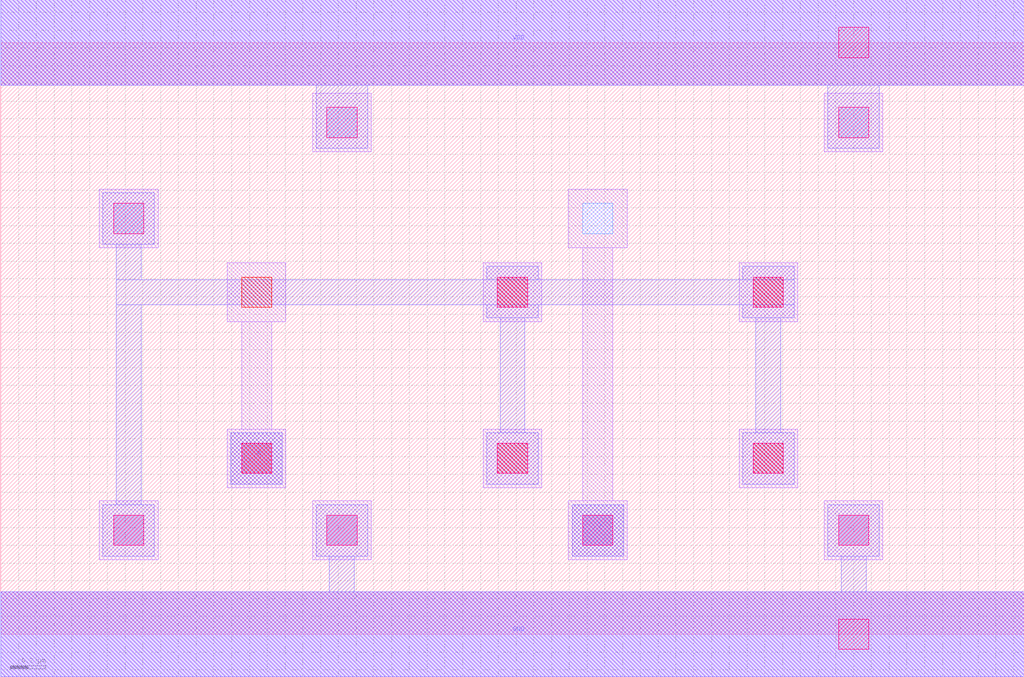
<source format=lef>
MACRO BUFX4
 CLASS CORE ;
 FOREIGN BUFX4 0 0 ;
 SIZE 5.76 BY 3.33 ;
 ORIGIN 0 0 ;
 SYMMETRY X Y R90 ;
 SITE unit ;
  PIN VDD
   DIRECTION INOUT ;
   USE POWER ;
   SHAPE ABUTMENT ;
    PORT
     CLASS CORE ;
       LAYER li1 ;
        RECT 0.00000000 3.09000000 5.76000000 3.57000000 ;
       LAYER met1 ;
        RECT 0.00000000 3.09000000 5.76000000 3.57000000 ;
    END
  END VDD

  PIN GND
   DIRECTION INOUT ;
   USE POWER ;
   SHAPE ABUTMENT ;
    PORT
     CLASS CORE ;
       LAYER li1 ;
        RECT 0.00000000 -0.24000000 5.76000000 0.24000000 ;
       LAYER met1 ;
        RECT 0.00000000 -0.24000000 5.76000000 0.24000000 ;
    END
  END GND

  PIN Y
   DIRECTION INOUT ;
   USE SIGNAL ;
   SHAPE ABUTMENT ;
    PORT
     CLASS CORE ;
       LAYER met1 ;
        RECT 3.21500000 0.44000000 3.50500000 0.73000000 ;
    END
  END Y

  PIN A
   DIRECTION INOUT ;
   USE SIGNAL ;
   SHAPE ABUTMENT ;
    PORT
     CLASS CORE ;
       LAYER met1 ;
        RECT 1.29500000 0.84500000 1.58500000 1.13500000 ;
    END
  END A

 OBS
    LAYER polycont ;
     RECT 1.35500000 0.90500000 1.52500000 1.07500000 ;
     RECT 2.79500000 0.90500000 2.96500000 1.07500000 ;
     RECT 4.23500000 0.90500000 4.40500000 1.07500000 ;
     RECT 1.35500000 1.84000000 1.52500000 2.01000000 ;
     RECT 2.79500000 1.84000000 2.96500000 2.01000000 ;
     RECT 4.23500000 1.84000000 4.40500000 2.01000000 ;

    LAYER pdiffc ;
     RECT 0.63500000 2.25500000 0.80500000 2.42500000 ;
     RECT 3.27500000 2.25500000 3.44500000 2.42500000 ;
     RECT 1.83500000 2.79500000 2.00500000 2.96500000 ;
     RECT 4.71500000 2.79500000 4.88500000 2.96500000 ;

    LAYER ndiffc ;
     RECT 0.63500000 0.50000000 0.80500000 0.67000000 ;
     RECT 1.83500000 0.50000000 2.00500000 0.67000000 ;
     RECT 3.27500000 0.50000000 3.44500000 0.67000000 ;
     RECT 4.71500000 0.50000000 4.88500000 0.67000000 ;

    LAYER li1 ;
     RECT 0.00000000 -0.24000000 5.76000000 0.24000000 ;
     RECT 0.55500000 0.42000000 0.88500000 0.75000000 ;
     RECT 1.75500000 0.42000000 2.08500000 0.75000000 ;
     RECT 4.63500000 0.42000000 4.96500000 0.75000000 ;
     RECT 2.71500000 0.82500000 3.04500000 1.15500000 ;
     RECT 4.15500000 0.82500000 4.48500000 1.15500000 ;
     RECT 1.27500000 0.82500000 1.60500000 1.15500000 ;
     RECT 1.35500000 1.15500000 1.52500000 1.76000000 ;
     RECT 1.27500000 1.76000000 1.60500000 2.09000000 ;
     RECT 2.71500000 1.76000000 3.04500000 2.09000000 ;
     RECT 4.15500000 1.76000000 4.48500000 2.09000000 ;
     RECT 0.55500000 2.17500000 0.88500000 2.50500000 ;
     RECT 3.19500000 0.42000000 3.52500000 0.75000000 ;
     RECT 3.27500000 0.75000000 3.44500000 2.17500000 ;
     RECT 3.19500000 2.17500000 3.52500000 2.50500000 ;
     RECT 1.75500000 2.71500000 2.08500000 3.04500000 ;
     RECT 4.63500000 2.71500000 4.96500000 3.04500000 ;
     RECT 0.00000000 3.09000000 5.76000000 3.57000000 ;

    LAYER viali ;
     RECT 4.71500000 -0.08500000 4.88500000 0.08500000 ;
     RECT 0.63500000 0.50000000 0.80500000 0.67000000 ;
     RECT 1.83500000 0.50000000 2.00500000 0.67000000 ;
     RECT 3.27500000 0.50000000 3.44500000 0.67000000 ;
     RECT 4.71500000 0.50000000 4.88500000 0.67000000 ;
     RECT 1.35500000 0.90500000 1.52500000 1.07500000 ;
     RECT 2.79500000 0.90500000 2.96500000 1.07500000 ;
     RECT 4.23500000 0.90500000 4.40500000 1.07500000 ;
     RECT 2.79500000 1.84000000 2.96500000 2.01000000 ;
     RECT 4.23500000 1.84000000 4.40500000 2.01000000 ;
     RECT 0.63500000 2.25500000 0.80500000 2.42500000 ;
     RECT 1.83500000 2.79500000 2.00500000 2.96500000 ;
     RECT 4.71500000 2.79500000 4.88500000 2.96500000 ;
     RECT 4.71500000 3.24500000 4.88500000 3.41500000 ;

    LAYER met1 ;
     RECT 3.21500000 0.44000000 3.50500000 0.73000000 ;
     RECT 0.00000000 -0.24000000 5.76000000 0.24000000 ;
     RECT 1.85000000 0.24000000 1.99000000 0.44000000 ;
     RECT 4.73000000 0.24000000 4.87000000 0.44000000 ;
     RECT 1.77500000 0.44000000 2.06500000 0.73000000 ;
     RECT 4.65500000 0.44000000 4.94500000 0.73000000 ;
     RECT 1.29500000 0.84500000 1.58500000 1.13500000 ;
     RECT 0.57500000 0.44000000 0.86500000 0.73000000 ;
     RECT 2.73500000 0.84500000 3.02500000 1.13500000 ;
     RECT 4.17500000 0.84500000 4.46500000 1.13500000 ;
     RECT 2.81000000 1.13500000 2.95000000 1.78000000 ;
     RECT 4.25000000 1.13500000 4.39000000 1.78000000 ;
     RECT 0.65000000 0.73000000 0.79000000 1.85500000 ;
     RECT 2.73500000 1.78000000 3.02500000 1.85500000 ;
     RECT 4.17500000 1.78000000 4.46500000 1.85500000 ;
     RECT 0.65000000 1.85500000 4.46500000 1.99500000 ;
     RECT 2.73500000 1.99500000 3.02500000 2.07000000 ;
     RECT 4.17500000 1.99500000 4.46500000 2.07000000 ;
     RECT 0.65000000 1.99500000 0.79000000 2.19500000 ;
     RECT 0.57500000 2.19500000 0.86500000 2.48500000 ;
     RECT 1.77500000 2.73500000 2.06500000 3.09000000 ;
     RECT 4.65500000 2.73500000 4.94500000 3.09000000 ;
     RECT 0.00000000 3.09000000 5.76000000 3.57000000 ;

 END
END BUFX4

</source>
